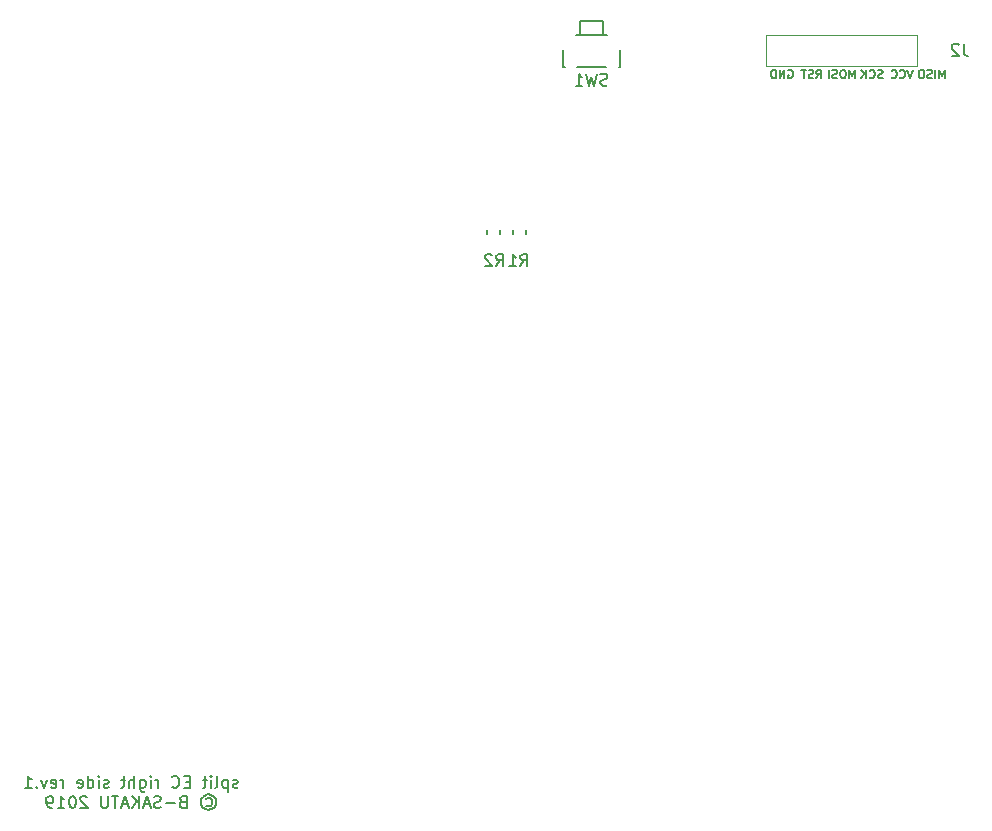
<source format=gbo>
G04 #@! TF.GenerationSoftware,KiCad,Pcbnew,(5.1.0-0)*
G04 #@! TF.CreationDate,2019-05-12T00:03:29+09:00*
G04 #@! TF.ProjectId,split_EC_right,73706c69-745f-4454-935f-72696768742e,rev?*
G04 #@! TF.SameCoordinates,Original*
G04 #@! TF.FileFunction,Legend,Bot*
G04 #@! TF.FilePolarity,Positive*
%FSLAX46Y46*%
G04 Gerber Fmt 4.6, Leading zero omitted, Abs format (unit mm)*
G04 Created by KiCad (PCBNEW (5.1.0-0)) date 2019-05-12 00:03:29*
%MOMM*%
%LPD*%
G04 APERTURE LIST*
%ADD10C,0.200000*%
%ADD11C,0.150000*%
%ADD12C,0.120000*%
G04 APERTURE END LIST*
D10*
X93898809Y-105479761D02*
X93803571Y-105527380D01*
X93613095Y-105527380D01*
X93517857Y-105479761D01*
X93470238Y-105384523D01*
X93470238Y-105336904D01*
X93517857Y-105241666D01*
X93613095Y-105194047D01*
X93755952Y-105194047D01*
X93851190Y-105146428D01*
X93898809Y-105051190D01*
X93898809Y-105003571D01*
X93851190Y-104908333D01*
X93755952Y-104860714D01*
X93613095Y-104860714D01*
X93517857Y-104908333D01*
X93041666Y-104860714D02*
X93041666Y-105860714D01*
X93041666Y-104908333D02*
X92946428Y-104860714D01*
X92755952Y-104860714D01*
X92660714Y-104908333D01*
X92613095Y-104955952D01*
X92565476Y-105051190D01*
X92565476Y-105336904D01*
X92613095Y-105432142D01*
X92660714Y-105479761D01*
X92755952Y-105527380D01*
X92946428Y-105527380D01*
X93041666Y-105479761D01*
X91994047Y-105527380D02*
X92089285Y-105479761D01*
X92136904Y-105384523D01*
X92136904Y-104527380D01*
X91613095Y-105527380D02*
X91613095Y-104860714D01*
X91613095Y-104527380D02*
X91660714Y-104575000D01*
X91613095Y-104622619D01*
X91565476Y-104575000D01*
X91613095Y-104527380D01*
X91613095Y-104622619D01*
X91279761Y-104860714D02*
X90898809Y-104860714D01*
X91136904Y-104527380D02*
X91136904Y-105384523D01*
X91089285Y-105479761D01*
X90994047Y-105527380D01*
X90898809Y-105527380D01*
X89803571Y-105003571D02*
X89470238Y-105003571D01*
X89327380Y-105527380D02*
X89803571Y-105527380D01*
X89803571Y-104527380D01*
X89327380Y-104527380D01*
X88327380Y-105432142D02*
X88375000Y-105479761D01*
X88517857Y-105527380D01*
X88613095Y-105527380D01*
X88755952Y-105479761D01*
X88851190Y-105384523D01*
X88898809Y-105289285D01*
X88946428Y-105098809D01*
X88946428Y-104955952D01*
X88898809Y-104765476D01*
X88851190Y-104670238D01*
X88755952Y-104575000D01*
X88613095Y-104527380D01*
X88517857Y-104527380D01*
X88375000Y-104575000D01*
X88327380Y-104622619D01*
X87136904Y-105527380D02*
X87136904Y-104860714D01*
X87136904Y-105051190D02*
X87089285Y-104955952D01*
X87041666Y-104908333D01*
X86946428Y-104860714D01*
X86851190Y-104860714D01*
X86517857Y-105527380D02*
X86517857Y-104860714D01*
X86517857Y-104527380D02*
X86565476Y-104575000D01*
X86517857Y-104622619D01*
X86470238Y-104575000D01*
X86517857Y-104527380D01*
X86517857Y-104622619D01*
X85613095Y-104860714D02*
X85613095Y-105670238D01*
X85660714Y-105765476D01*
X85708333Y-105813095D01*
X85803571Y-105860714D01*
X85946428Y-105860714D01*
X86041666Y-105813095D01*
X85613095Y-105479761D02*
X85708333Y-105527380D01*
X85898809Y-105527380D01*
X85994047Y-105479761D01*
X86041666Y-105432142D01*
X86089285Y-105336904D01*
X86089285Y-105051190D01*
X86041666Y-104955952D01*
X85994047Y-104908333D01*
X85898809Y-104860714D01*
X85708333Y-104860714D01*
X85613095Y-104908333D01*
X85136904Y-105527380D02*
X85136904Y-104527380D01*
X84708333Y-105527380D02*
X84708333Y-105003571D01*
X84755952Y-104908333D01*
X84851190Y-104860714D01*
X84994047Y-104860714D01*
X85089285Y-104908333D01*
X85136904Y-104955952D01*
X84375000Y-104860714D02*
X83994047Y-104860714D01*
X84232142Y-104527380D02*
X84232142Y-105384523D01*
X84184523Y-105479761D01*
X84089285Y-105527380D01*
X83994047Y-105527380D01*
X82946428Y-105479761D02*
X82851190Y-105527380D01*
X82660714Y-105527380D01*
X82565476Y-105479761D01*
X82517857Y-105384523D01*
X82517857Y-105336904D01*
X82565476Y-105241666D01*
X82660714Y-105194047D01*
X82803571Y-105194047D01*
X82898809Y-105146428D01*
X82946428Y-105051190D01*
X82946428Y-105003571D01*
X82898809Y-104908333D01*
X82803571Y-104860714D01*
X82660714Y-104860714D01*
X82565476Y-104908333D01*
X82089285Y-105527380D02*
X82089285Y-104860714D01*
X82089285Y-104527380D02*
X82136904Y-104575000D01*
X82089285Y-104622619D01*
X82041666Y-104575000D01*
X82089285Y-104527380D01*
X82089285Y-104622619D01*
X81184523Y-105527380D02*
X81184523Y-104527380D01*
X81184523Y-105479761D02*
X81279761Y-105527380D01*
X81470238Y-105527380D01*
X81565476Y-105479761D01*
X81613095Y-105432142D01*
X81660714Y-105336904D01*
X81660714Y-105051190D01*
X81613095Y-104955952D01*
X81565476Y-104908333D01*
X81470238Y-104860714D01*
X81279761Y-104860714D01*
X81184523Y-104908333D01*
X80327380Y-105479761D02*
X80422619Y-105527380D01*
X80613095Y-105527380D01*
X80708333Y-105479761D01*
X80755952Y-105384523D01*
X80755952Y-105003571D01*
X80708333Y-104908333D01*
X80613095Y-104860714D01*
X80422619Y-104860714D01*
X80327380Y-104908333D01*
X80279761Y-105003571D01*
X80279761Y-105098809D01*
X80755952Y-105194047D01*
X79089285Y-105527380D02*
X79089285Y-104860714D01*
X79089285Y-105051190D02*
X79041666Y-104955952D01*
X78994047Y-104908333D01*
X78898809Y-104860714D01*
X78803571Y-104860714D01*
X78089285Y-105479761D02*
X78184523Y-105527380D01*
X78375000Y-105527380D01*
X78470238Y-105479761D01*
X78517857Y-105384523D01*
X78517857Y-105003571D01*
X78470238Y-104908333D01*
X78375000Y-104860714D01*
X78184523Y-104860714D01*
X78089285Y-104908333D01*
X78041666Y-105003571D01*
X78041666Y-105098809D01*
X78517857Y-105194047D01*
X77708333Y-104860714D02*
X77470238Y-105527380D01*
X77232142Y-104860714D01*
X76851190Y-105432142D02*
X76803571Y-105479761D01*
X76851190Y-105527380D01*
X76898809Y-105479761D01*
X76851190Y-105432142D01*
X76851190Y-105527380D01*
X75851190Y-105527380D02*
X76422619Y-105527380D01*
X76136904Y-105527380D02*
X76136904Y-104527380D01*
X76232142Y-104670238D01*
X76327380Y-104765476D01*
X76422619Y-104813095D01*
X91208333Y-106465476D02*
X91303571Y-106417857D01*
X91494047Y-106417857D01*
X91589285Y-106465476D01*
X91684523Y-106560714D01*
X91732142Y-106655952D01*
X91732142Y-106846428D01*
X91684523Y-106941666D01*
X91589285Y-107036904D01*
X91494047Y-107084523D01*
X91303571Y-107084523D01*
X91208333Y-107036904D01*
X91398809Y-106084523D02*
X91636904Y-106132142D01*
X91875000Y-106275000D01*
X92017857Y-106513095D01*
X92065476Y-106751190D01*
X92017857Y-106989285D01*
X91875000Y-107227380D01*
X91636904Y-107370238D01*
X91398809Y-107417857D01*
X91160714Y-107370238D01*
X90922619Y-107227380D01*
X90779761Y-106989285D01*
X90732142Y-106751190D01*
X90779761Y-106513095D01*
X90922619Y-106275000D01*
X91160714Y-106132142D01*
X91398809Y-106084523D01*
X89208333Y-106703571D02*
X89065476Y-106751190D01*
X89017857Y-106798809D01*
X88970238Y-106894047D01*
X88970238Y-107036904D01*
X89017857Y-107132142D01*
X89065476Y-107179761D01*
X89160714Y-107227380D01*
X89541666Y-107227380D01*
X89541666Y-106227380D01*
X89208333Y-106227380D01*
X89113095Y-106275000D01*
X89065476Y-106322619D01*
X89017857Y-106417857D01*
X89017857Y-106513095D01*
X89065476Y-106608333D01*
X89113095Y-106655952D01*
X89208333Y-106703571D01*
X89541666Y-106703571D01*
X88541666Y-106846428D02*
X87779761Y-106846428D01*
X87351190Y-107179761D02*
X87208333Y-107227380D01*
X86970238Y-107227380D01*
X86875000Y-107179761D01*
X86827380Y-107132142D01*
X86779761Y-107036904D01*
X86779761Y-106941666D01*
X86827380Y-106846428D01*
X86875000Y-106798809D01*
X86970238Y-106751190D01*
X87160714Y-106703571D01*
X87255952Y-106655952D01*
X87303571Y-106608333D01*
X87351190Y-106513095D01*
X87351190Y-106417857D01*
X87303571Y-106322619D01*
X87255952Y-106275000D01*
X87160714Y-106227380D01*
X86922619Y-106227380D01*
X86779761Y-106275000D01*
X86398809Y-106941666D02*
X85922619Y-106941666D01*
X86494047Y-107227380D02*
X86160714Y-106227380D01*
X85827380Y-107227380D01*
X85494047Y-107227380D02*
X85494047Y-106227380D01*
X84922619Y-107227380D02*
X85351190Y-106655952D01*
X84922619Y-106227380D02*
X85494047Y-106798809D01*
X84541666Y-106941666D02*
X84065476Y-106941666D01*
X84636904Y-107227380D02*
X84303571Y-106227380D01*
X83970238Y-107227380D01*
X83779761Y-106227380D02*
X83208333Y-106227380D01*
X83494047Y-107227380D02*
X83494047Y-106227380D01*
X82875000Y-106227380D02*
X82875000Y-107036904D01*
X82827380Y-107132142D01*
X82779761Y-107179761D01*
X82684523Y-107227380D01*
X82494047Y-107227380D01*
X82398809Y-107179761D01*
X82351190Y-107132142D01*
X82303571Y-107036904D01*
X82303571Y-106227380D01*
X81113095Y-106322619D02*
X81065476Y-106275000D01*
X80970238Y-106227380D01*
X80732142Y-106227380D01*
X80636904Y-106275000D01*
X80589285Y-106322619D01*
X80541666Y-106417857D01*
X80541666Y-106513095D01*
X80589285Y-106655952D01*
X81160714Y-107227380D01*
X80541666Y-107227380D01*
X79922619Y-106227380D02*
X79827380Y-106227380D01*
X79732142Y-106275000D01*
X79684523Y-106322619D01*
X79636904Y-106417857D01*
X79589285Y-106608333D01*
X79589285Y-106846428D01*
X79636904Y-107036904D01*
X79684523Y-107132142D01*
X79732142Y-107179761D01*
X79827380Y-107227380D01*
X79922619Y-107227380D01*
X80017857Y-107179761D01*
X80065476Y-107132142D01*
X80113095Y-107036904D01*
X80160714Y-106846428D01*
X80160714Y-106608333D01*
X80113095Y-106417857D01*
X80065476Y-106322619D01*
X80017857Y-106275000D01*
X79922619Y-106227380D01*
X78636904Y-107227380D02*
X79208333Y-107227380D01*
X78922619Y-107227380D02*
X78922619Y-106227380D01*
X79017857Y-106370238D01*
X79113095Y-106465476D01*
X79208333Y-106513095D01*
X78160714Y-107227380D02*
X77970238Y-107227380D01*
X77875000Y-107179761D01*
X77827380Y-107132142D01*
X77732142Y-106989285D01*
X77684523Y-106798809D01*
X77684523Y-106417857D01*
X77732142Y-106322619D01*
X77779761Y-106275000D01*
X77875000Y-106227380D01*
X78065476Y-106227380D01*
X78160714Y-106275000D01*
X78208333Y-106322619D01*
X78255952Y-106417857D01*
X78255952Y-106655952D01*
X78208333Y-106751190D01*
X78160714Y-106798809D01*
X78065476Y-106846428D01*
X77875000Y-106846428D01*
X77779761Y-106798809D01*
X77732142Y-106751190D01*
X77684523Y-106655952D01*
D11*
X118250000Y-58671267D02*
X118250000Y-58328733D01*
X117150000Y-58671267D02*
X117150000Y-58328733D01*
X115000000Y-58671267D02*
X115000000Y-58328733D01*
X116100000Y-58671267D02*
X116100000Y-58328733D01*
X121425000Y-44475000D02*
X121425000Y-43075000D01*
X121575000Y-44475000D02*
X121425000Y-44475000D01*
X126225000Y-44475000D02*
X126225000Y-43075000D01*
X126125000Y-44475000D02*
X126225000Y-44475000D01*
X125125000Y-41775000D02*
X122525000Y-41775000D01*
X122625000Y-44475000D02*
X125025000Y-44475000D01*
X122825000Y-40575000D02*
X122825000Y-41775000D01*
X124825000Y-40575000D02*
X122825000Y-40575000D01*
X124825000Y-41775000D02*
X124825000Y-40575000D01*
D12*
X151380000Y-44430000D02*
X151380000Y-41770000D01*
X138620000Y-44430000D02*
X151380000Y-44430000D01*
X138620000Y-41770000D02*
X138620000Y-44430000D01*
X151380000Y-41770000D02*
X138620000Y-41770000D01*
D11*
X117816666Y-61352380D02*
X118150000Y-60876190D01*
X118388095Y-61352380D02*
X118388095Y-60352380D01*
X118007142Y-60352380D01*
X117911904Y-60400000D01*
X117864285Y-60447619D01*
X117816666Y-60542857D01*
X117816666Y-60685714D01*
X117864285Y-60780952D01*
X117911904Y-60828571D01*
X118007142Y-60876190D01*
X118388095Y-60876190D01*
X116864285Y-61352380D02*
X117435714Y-61352380D01*
X117150000Y-61352380D02*
X117150000Y-60352380D01*
X117245238Y-60495238D01*
X117340476Y-60590476D01*
X117435714Y-60638095D01*
X115766666Y-61352380D02*
X116100000Y-60876190D01*
X116338095Y-61352380D02*
X116338095Y-60352380D01*
X115957142Y-60352380D01*
X115861904Y-60400000D01*
X115814285Y-60447619D01*
X115766666Y-60542857D01*
X115766666Y-60685714D01*
X115814285Y-60780952D01*
X115861904Y-60828571D01*
X115957142Y-60876190D01*
X116338095Y-60876190D01*
X115385714Y-60447619D02*
X115338095Y-60400000D01*
X115242857Y-60352380D01*
X115004761Y-60352380D01*
X114909523Y-60400000D01*
X114861904Y-60447619D01*
X114814285Y-60542857D01*
X114814285Y-60638095D01*
X114861904Y-60780952D01*
X115433333Y-61352380D01*
X114814285Y-61352380D01*
X125158333Y-46029761D02*
X125015476Y-46077380D01*
X124777380Y-46077380D01*
X124682142Y-46029761D01*
X124634523Y-45982142D01*
X124586904Y-45886904D01*
X124586904Y-45791666D01*
X124634523Y-45696428D01*
X124682142Y-45648809D01*
X124777380Y-45601190D01*
X124967857Y-45553571D01*
X125063095Y-45505952D01*
X125110714Y-45458333D01*
X125158333Y-45363095D01*
X125158333Y-45267857D01*
X125110714Y-45172619D01*
X125063095Y-45125000D01*
X124967857Y-45077380D01*
X124729761Y-45077380D01*
X124586904Y-45125000D01*
X124253571Y-45077380D02*
X124015476Y-46077380D01*
X123825000Y-45363095D01*
X123634523Y-46077380D01*
X123396428Y-45077380D01*
X122491666Y-46077380D02*
X123063095Y-46077380D01*
X122777380Y-46077380D02*
X122777380Y-45077380D01*
X122872619Y-45220238D01*
X122967857Y-45315476D01*
X123063095Y-45363095D01*
X151043333Y-44748666D02*
X150810000Y-45448666D01*
X150576666Y-44748666D01*
X149943333Y-45382000D02*
X149976666Y-45415333D01*
X150076666Y-45448666D01*
X150143333Y-45448666D01*
X150243333Y-45415333D01*
X150310000Y-45348666D01*
X150343333Y-45282000D01*
X150376666Y-45148666D01*
X150376666Y-45048666D01*
X150343333Y-44915333D01*
X150310000Y-44848666D01*
X150243333Y-44782000D01*
X150143333Y-44748666D01*
X150076666Y-44748666D01*
X149976666Y-44782000D01*
X149943333Y-44815333D01*
X149243333Y-45382000D02*
X149276666Y-45415333D01*
X149376666Y-45448666D01*
X149443333Y-45448666D01*
X149543333Y-45415333D01*
X149610000Y-45348666D01*
X149643333Y-45282000D01*
X149676666Y-45148666D01*
X149676666Y-45048666D01*
X149643333Y-44915333D01*
X149610000Y-44848666D01*
X149543333Y-44782000D01*
X149443333Y-44748666D01*
X149376666Y-44748666D01*
X149276666Y-44782000D01*
X149243333Y-44815333D01*
X140483333Y-44782000D02*
X140550000Y-44748666D01*
X140650000Y-44748666D01*
X140750000Y-44782000D01*
X140816666Y-44848666D01*
X140850000Y-44915333D01*
X140883333Y-45048666D01*
X140883333Y-45148666D01*
X140850000Y-45282000D01*
X140816666Y-45348666D01*
X140750000Y-45415333D01*
X140650000Y-45448666D01*
X140583333Y-45448666D01*
X140483333Y-45415333D01*
X140450000Y-45382000D01*
X140450000Y-45148666D01*
X140583333Y-45148666D01*
X140150000Y-45448666D02*
X140150000Y-44748666D01*
X139750000Y-45448666D01*
X139750000Y-44748666D01*
X139416666Y-45448666D02*
X139416666Y-44748666D01*
X139250000Y-44748666D01*
X139150000Y-44782000D01*
X139083333Y-44848666D01*
X139050000Y-44915333D01*
X139016666Y-45048666D01*
X139016666Y-45148666D01*
X139050000Y-45282000D01*
X139083333Y-45348666D01*
X139150000Y-45415333D01*
X139250000Y-45448666D01*
X139416666Y-45448666D01*
X142873333Y-45448666D02*
X143106666Y-45115333D01*
X143273333Y-45448666D02*
X143273333Y-44748666D01*
X143006666Y-44748666D01*
X142940000Y-44782000D01*
X142906666Y-44815333D01*
X142873333Y-44882000D01*
X142873333Y-44982000D01*
X142906666Y-45048666D01*
X142940000Y-45082000D01*
X143006666Y-45115333D01*
X143273333Y-45115333D01*
X142606666Y-45415333D02*
X142506666Y-45448666D01*
X142340000Y-45448666D01*
X142273333Y-45415333D01*
X142240000Y-45382000D01*
X142206666Y-45315333D01*
X142206666Y-45248666D01*
X142240000Y-45182000D01*
X142273333Y-45148666D01*
X142340000Y-45115333D01*
X142473333Y-45082000D01*
X142540000Y-45048666D01*
X142573333Y-45015333D01*
X142606666Y-44948666D01*
X142606666Y-44882000D01*
X142573333Y-44815333D01*
X142540000Y-44782000D01*
X142473333Y-44748666D01*
X142306666Y-44748666D01*
X142206666Y-44782000D01*
X142006666Y-44748666D02*
X141606666Y-44748666D01*
X141806666Y-45448666D02*
X141806666Y-44748666D01*
X153750000Y-45448666D02*
X153750000Y-44748666D01*
X153516666Y-45248666D01*
X153283333Y-44748666D01*
X153283333Y-45448666D01*
X152950000Y-45448666D02*
X152950000Y-44748666D01*
X152650000Y-45415333D02*
X152550000Y-45448666D01*
X152383333Y-45448666D01*
X152316666Y-45415333D01*
X152283333Y-45382000D01*
X152250000Y-45315333D01*
X152250000Y-45248666D01*
X152283333Y-45182000D01*
X152316666Y-45148666D01*
X152383333Y-45115333D01*
X152516666Y-45082000D01*
X152583333Y-45048666D01*
X152616666Y-45015333D01*
X152650000Y-44948666D01*
X152650000Y-44882000D01*
X152616666Y-44815333D01*
X152583333Y-44782000D01*
X152516666Y-44748666D01*
X152350000Y-44748666D01*
X152250000Y-44782000D01*
X151816666Y-44748666D02*
X151683333Y-44748666D01*
X151616666Y-44782000D01*
X151550000Y-44848666D01*
X151516666Y-44982000D01*
X151516666Y-45215333D01*
X151550000Y-45348666D01*
X151616666Y-45415333D01*
X151683333Y-45448666D01*
X151816666Y-45448666D01*
X151883333Y-45415333D01*
X151950000Y-45348666D01*
X151983333Y-45215333D01*
X151983333Y-44982000D01*
X151950000Y-44848666D01*
X151883333Y-44782000D01*
X151816666Y-44748666D01*
X148470000Y-45415333D02*
X148370000Y-45448666D01*
X148203333Y-45448666D01*
X148136666Y-45415333D01*
X148103333Y-45382000D01*
X148070000Y-45315333D01*
X148070000Y-45248666D01*
X148103333Y-45182000D01*
X148136666Y-45148666D01*
X148203333Y-45115333D01*
X148336666Y-45082000D01*
X148403333Y-45048666D01*
X148436666Y-45015333D01*
X148470000Y-44948666D01*
X148470000Y-44882000D01*
X148436666Y-44815333D01*
X148403333Y-44782000D01*
X148336666Y-44748666D01*
X148170000Y-44748666D01*
X148070000Y-44782000D01*
X147370000Y-45382000D02*
X147403333Y-45415333D01*
X147503333Y-45448666D01*
X147570000Y-45448666D01*
X147670000Y-45415333D01*
X147736666Y-45348666D01*
X147770000Y-45282000D01*
X147803333Y-45148666D01*
X147803333Y-45048666D01*
X147770000Y-44915333D01*
X147736666Y-44848666D01*
X147670000Y-44782000D01*
X147570000Y-44748666D01*
X147503333Y-44748666D01*
X147403333Y-44782000D01*
X147370000Y-44815333D01*
X147070000Y-45448666D02*
X147070000Y-44748666D01*
X146670000Y-45448666D02*
X146970000Y-45048666D01*
X146670000Y-44748666D02*
X147070000Y-45148666D01*
X146130000Y-45448666D02*
X146130000Y-44748666D01*
X145896666Y-45248666D01*
X145663333Y-44748666D01*
X145663333Y-45448666D01*
X145196666Y-44748666D02*
X145063333Y-44748666D01*
X144996666Y-44782000D01*
X144930000Y-44848666D01*
X144896666Y-44982000D01*
X144896666Y-45215333D01*
X144930000Y-45348666D01*
X144996666Y-45415333D01*
X145063333Y-45448666D01*
X145196666Y-45448666D01*
X145263333Y-45415333D01*
X145330000Y-45348666D01*
X145363333Y-45215333D01*
X145363333Y-44982000D01*
X145330000Y-44848666D01*
X145263333Y-44782000D01*
X145196666Y-44748666D01*
X144630000Y-45415333D02*
X144530000Y-45448666D01*
X144363333Y-45448666D01*
X144296666Y-45415333D01*
X144263333Y-45382000D01*
X144230000Y-45315333D01*
X144230000Y-45248666D01*
X144263333Y-45182000D01*
X144296666Y-45148666D01*
X144363333Y-45115333D01*
X144496666Y-45082000D01*
X144563333Y-45048666D01*
X144596666Y-45015333D01*
X144630000Y-44948666D01*
X144630000Y-44882000D01*
X144596666Y-44815333D01*
X144563333Y-44782000D01*
X144496666Y-44748666D01*
X144330000Y-44748666D01*
X144230000Y-44782000D01*
X143930000Y-45448666D02*
X143930000Y-44748666D01*
X155333333Y-42552380D02*
X155333333Y-43266666D01*
X155380952Y-43409523D01*
X155476190Y-43504761D01*
X155619047Y-43552380D01*
X155714285Y-43552380D01*
X154904761Y-42647619D02*
X154857142Y-42600000D01*
X154761904Y-42552380D01*
X154523809Y-42552380D01*
X154428571Y-42600000D01*
X154380952Y-42647619D01*
X154333333Y-42742857D01*
X154333333Y-42838095D01*
X154380952Y-42980952D01*
X154952380Y-43552380D01*
X154333333Y-43552380D01*
M02*

</source>
